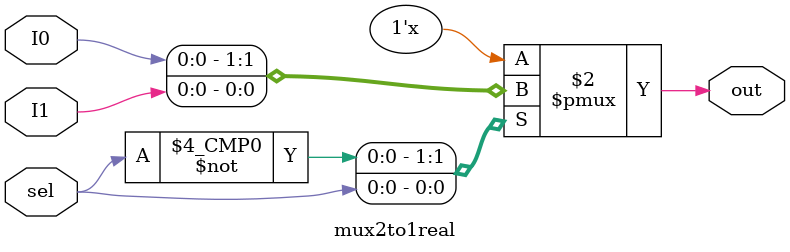
<source format=sv>
module mux2to1real (
	input logic sel, I0, I1,
	output logic out
);

always @(*) begin
	unique case (sel)
		1'b0:out = I0;
		1'b1:out = I1;
	endcase
end

endmodule
</source>
